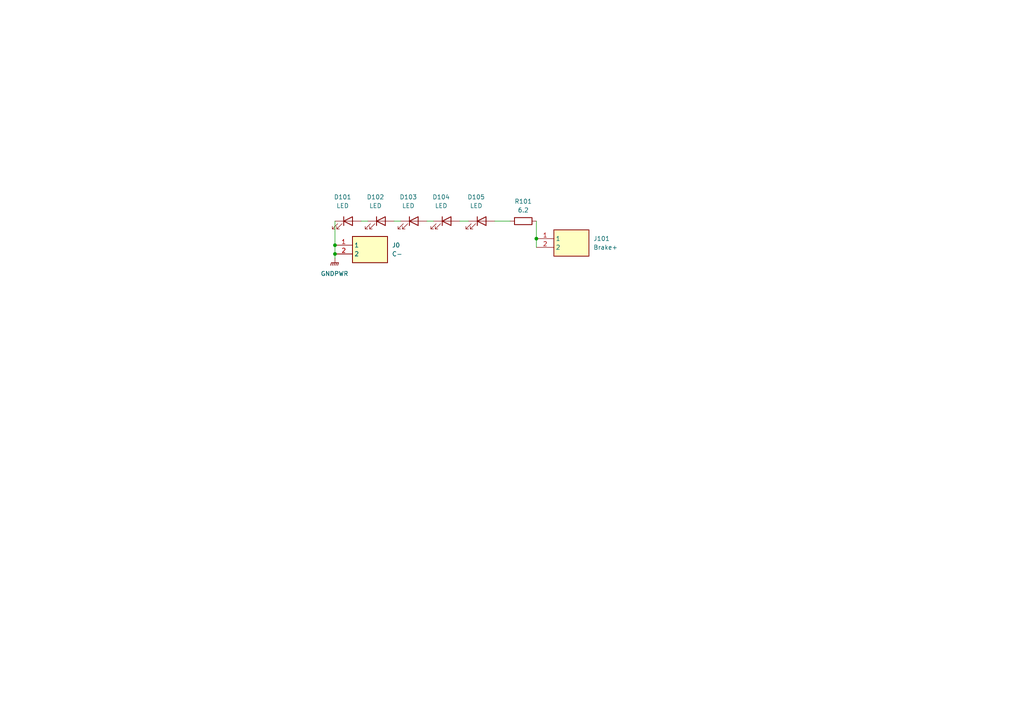
<source format=kicad_sch>
(kicad_sch (version 20211123) (generator eeschema)
  (paper "A4")
  (lib_symbols
    (symbol "19705-4303_1"
      (property "Reference" "J?" (at 16.51 7.62 0))
      (property "Value" "19705-4303_1" (at 16.51 5.08 0))
      (symbol "19705-4303_1_1_1"
        (rectangle (start 5.08 2.54) (end 15.24 -5.08) (stroke (width 0.254)) (fill (type background)))
        (pin passive line (at 0 0 0) (length 5.08) (name "1") (number "1"))
        (pin passive line (at 0 -2.54 0) (length 5.08) (name "2") (number "2"))
      )
    )
    (symbol "Device:LED" (pin_numbers hide) (pin_names (offset 1.016) hide)
      (property "Reference" "D" (at 0 2.54 0))
      (property "Value" "LED" (at 0 -2.54 0))
      (symbol "LED_0_1"
        (polyline (pts (xy -1.27 -1.27) (xy -1.27 1.27)) (stroke (width 0.254)))
        (polyline (pts (xy -1.27 0) (xy 1.27 0)))
        (polyline (pts (xy 1.27 -1.27) (xy 1.27 1.27) (xy -1.27 0) (xy 1.27 -1.27)) (stroke (width 0.254)))
        (polyline (pts (xy -3.048 -0.762) (xy -4.572 -2.286) (xy -3.81 -2.286) (xy -4.572 -2.286) (xy -4.572 -1.524)))
        (polyline (pts (xy -1.778 -0.762) (xy -3.302 -2.286) (xy -2.54 -2.286) (xy -3.302 -2.286) (xy -3.302 -1.524)))
      )
      (symbol "LED_1_1"
        (pin passive line (at -3.81 0 0) (length 2.54) (name "K") (number "1"))
        (pin passive line (at 3.81 0 180) (length 2.54) (name "A") (number "2"))
      )
    )
    (symbol "Device:R" (pin_numbers hide) (pin_names (offset 0))
      (property "Reference" "R" (at 2.032 0 90))
      (property "Value" "R" (at 0 0 90))
      (symbol "R_0_1"
        (rectangle (start -1.016 -2.54) (end 1.016 2.54) (stroke (width 0.254)))
      )
      (symbol "R_1_1"
        (pin passive line (at 0 3.81 270) (length 1.27) (name "~") (number "1"))
        (pin passive line (at 0 -3.81 90) (length 1.27) (name "~") (number "2"))
      )
    )
    (symbol "SpadeLugs:19705-4303"
      (property "Value" "19705-4303" (at 0 0 0))
      (property "Reference_1" "J" (at 16.51 7.62 0))
      (property "Value_1" "19705-4303" (at 16.51 5.08 0))
      (symbol "19705-4303_1_1"
        (rectangle (start 5.08 2.54) (end 15.24 -5.08) (stroke (width 0.254)) (fill (type background)))
        (pin passive line (at 0 0 0) (length 5.08) (name "1") (number "1"))
        (pin passive line (at 0 -2.54 0) (length 5.08) (name "2") (number "2"))
      )
    )
    (symbol "power:GNDPWR" (power) (pin_names (offset 0))
      (property "Value" "GNDPWR" (at 0 -3.302 0))
      (symbol "GNDPWR_0_1"
        (polyline (pts (xy 0 -1.27) (xy 0 0)))
        (polyline (pts (xy -1.016 -1.27) (xy -1.27 -2.032) (xy -1.27 -2.032)) (stroke (width 0.2032)))
        (polyline (pts (xy -0.508 -1.27) (xy -0.762 -2.032) (xy -0.762 -2.032)) (stroke (width 0.2032)))
        (polyline (pts (xy 0 -1.27) (xy -0.254 -2.032) (xy -0.254 -2.032)) (stroke (width 0.2032)))
        (polyline (pts (xy 0.508 -1.27) (xy 0.254 -2.032) (xy 0.254 -2.032)) (stroke (width 0.2032)))
        (polyline (pts (xy 1.016 -1.27) (xy -1.016 -1.27) (xy -1.016 -1.27)) (stroke (width 0.2032)))
        (polyline (pts (xy 1.016 -1.27) (xy 0.762 -2.032) (xy 0.762 -2.032) (xy 0.762 -2.032)) (stroke (width 0.2032)))
      )
      (symbol "GNDPWR_1_1"
        (pin power_in line (at 0 0 270) (length 0) hide (name "GNDPWR") (number "1"))
      )
    )
  )
  (junction (at 97.155 73.66))
  (junction (at 97.155 71.12))
  (junction (at 155.575 69.215))
  (wire (pts (xy 123.825 64.135) (xy 125.73 64.135)))
  (wire (pts (xy 155.575 64.135) (xy 155.575 69.215)))
  (wire (pts (xy 155.575 69.215) (xy 155.575 71.755)))
  (wire (pts (xy 97.155 64.135) (xy 97.155 71.12)))
  (wire (pts (xy 133.35 64.135) (xy 135.89 64.135)))
  (wire (pts (xy 143.51 64.135) (xy 147.955 64.135)))
  (wire (pts (xy 97.155 71.12) (xy 97.155 73.66)))
  (wire (pts (xy 104.775 64.135) (xy 106.68 64.135)))
  (wire (pts (xy 114.3 64.135) (xy 116.205 64.135)))
  (wire (pts (xy 97.155 73.66) (xy 97.155 74.93)))
  (symbol (lib_id "power:GNDPWR") (at 97.155 74.93 0) (unit 1)
    (property "Reference" "#PWR0101" (effects hide))
    (property "Value" "GNDPWR" (at 97.028 79.375 0))
  )
  (symbol (lib_id "Device:LED") (at 110.49 64.135 0) (unit 1)
    (property "Reference" "D102" (at 108.9025 57.15 0))
    (property "Value" "LED" (at 108.9025 59.69 0))
    (property "Footprint" "LED_SMD:LED_Cree-XB" (effects hide))
    (property "Mouser Part Number" "941-XBDRED000000401" (effects hide))
  )
  (symbol (lib_id "Device:LED") (at 139.7 64.135 0) (unit 1)
    (property "Reference" "D105" (at 138.1125 57.15 0))
    (property "Value" "LED" (at 138.1125 59.69 0))
    (property "Footprint" "LED_SMD:LED_Cree-XB" (effects hide))
    (property "Mouser Part Number" "941-XBDRED000000401" (effects hide))
  )
  (symbol (lib_name "19705-4303_1") (lib_id "SpadeLugs:19705-4303") (at 155.575 69.215 0) (unit 1)
    (property "Reference" "J101" (at 172.085 69.2149 0) (effects (justify left)))
    (property "Value" "Brake+" (at 172.085 71.7549 0) (effects (justify left)))
    (property "Footprint" "SpadeLugs:197054303" (effects hide))
    (property "Datasheet" "https://www.molex.com/pdm_docs/sd/197054303_sd.pdf" (effects hide))
    (property "Height" "10.29" (effects hide))
    (property "Mouser Part Number" "538-19705-4303" (effects hide))
    (property "Mouser Price/Stock" "https://www.mouser.co.uk/ProductDetail/Molex/19705-4303?qs=wUVoC1r15A95qxZWcZMf%252Bw%3D%3D" (effects hide))
    (property "Manufacturer_Name" "Molex" (effects hide))
    (property "Manufacturer_Part_Number" "19705-4303" (effects hide))
  )
  (symbol (lib_id "Device:LED") (at 100.965 64.135 0) (unit 1)
    (property "Reference" "D101" (at 99.3775 57.15 0))
    (property "Value" "LED" (at 99.3775 59.69 0))
    (property "Footprint" "LED_SMD:LED_Cree-XB" (effects hide))
    (property "Mouser Part Number" "941-XBDRED000000401" (effects hide))
  )
  (symbol (lib_id "Device:LED") (at 129.54 64.135 0) (unit 1)
    (property "Reference" "D104" (at 127.9525 57.15 0))
    (property "Value" "LED" (at 127.9525 59.69 0))
    (property "Footprint" "LED_SMD:LED_Cree-XB" (effects hide))
    (property "Mouser Part Number" "941-XBDRED000000401" (effects hide))
  )
  (symbol (lib_id "SpadeLugs:19705-4303") (at 97.155 71.12 0) (unit 1)
    (property "Reference" "J0" (at 113.665 71.1199 0) (effects (justify left)))
    (property "Value" "C-" (at 113.665 73.6599 0) (effects (justify left)))
    (property "Footprint" "SpadeLugs:197054303" (effects hide))
    (property "Reference_1" "J" (effects hide))
    (property "Value_1" "19705-4303" (effects hide))
    (property "Footprint_1" "197054303" (effects hide))
    (property "Datasheet_1" "https://www.molex.com/pdm_docs/sd/197054303_sd.pdf" (effects hide))
    (property "Height" "10.29" (effects hide))
    (property "Mouser Part Number" "538-19705-4303" (effects hide))
    (property "Mouser Price/Stock" "https://www.mouser.co.uk/ProductDetail/Molex/19705-4303?qs=wUVoC1r15A95qxZWcZMf%252Bw%3D%3D" (effects hide))
    (property "Manufacturer_Name" "Molex" (effects hide))
    (property "Manufacturer_Part_Number" "19705-4303" (effects hide))
  )
  (symbol (lib_id "Device:LED") (at 120.015 64.135 0) (unit 1)
    (property "Reference" "D103" (at 118.4275 57.15 0))
    (property "Value" "LED" (at 118.4275 59.69 0))
    (property "Footprint" "LED_SMD:LED_Cree-XB" (effects hide))
    (property "Mouser Part Number" "941-XBDRED000000401" (effects hide))
  )
  (symbol (lib_id "Device:R") (at 151.765 64.135 90) (unit 1)
    (property "Reference" "R101" (at 151.765 58.42 90))
    (property "Value" "6.2" (at 151.765 60.96 90))
    (property "Footprint" "Resistor_SMD:R_2010_5025Metric" (effects hide))
    (property "Mouser Part Number" "71-CRCW2010J-6.2-E3" (effects hide))
  )
)
</source>
